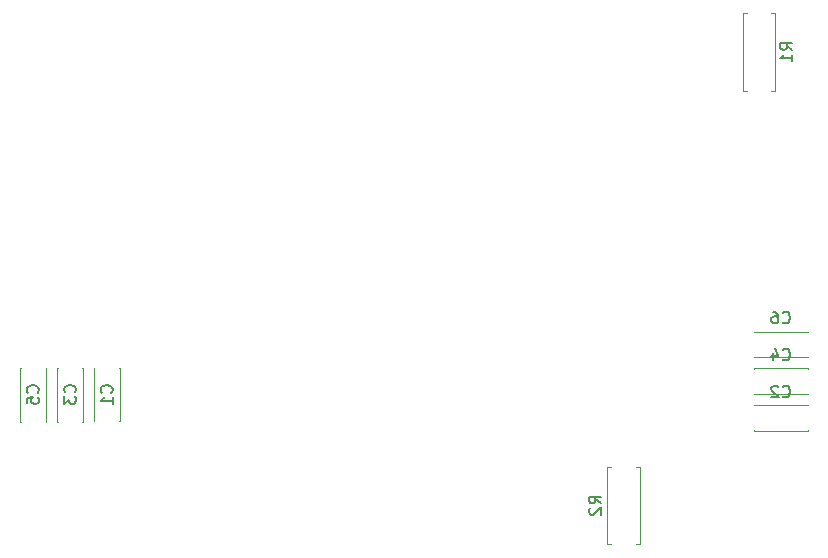
<source format=gbr>
%TF.GenerationSoftware,KiCad,Pcbnew,(6.0.4-0)*%
%TF.CreationDate,2023-02-13T16:26:13-08:00*%
%TF.ProjectId,v2a-power-board-4,7632612d-706f-4776-9572-2d626f617264,rev?*%
%TF.SameCoordinates,Original*%
%TF.FileFunction,Legend,Bot*%
%TF.FilePolarity,Positive*%
%FSLAX46Y46*%
G04 Gerber Fmt 4.6, Leading zero omitted, Abs format (unit mm)*
G04 Created by KiCad (PCBNEW (6.0.4-0)) date 2023-02-13 16:26:13*
%MOMM*%
%LPD*%
G01*
G04 APERTURE LIST*
%ADD10C,0.150000*%
%ADD11C,0.120000*%
G04 APERTURE END LIST*
D10*
%TO.C,C1*%
X86057142Y-116033333D02*
X86104761Y-115985714D01*
X86152380Y-115842857D01*
X86152380Y-115747619D01*
X86104761Y-115604761D01*
X86009523Y-115509523D01*
X85914285Y-115461904D01*
X85723809Y-115414285D01*
X85580952Y-115414285D01*
X85390476Y-115461904D01*
X85295238Y-115509523D01*
X85200000Y-115604761D01*
X85152380Y-115747619D01*
X85152380Y-115842857D01*
X85200000Y-115985714D01*
X85247619Y-116033333D01*
X86152380Y-116985714D02*
X86152380Y-116414285D01*
X86152380Y-116700000D02*
X85152380Y-116700000D01*
X85295238Y-116604761D01*
X85390476Y-116509523D01*
X85438095Y-116414285D01*
%TO.C,R2*%
X127507380Y-125408333D02*
X127031190Y-125075000D01*
X127507380Y-124836904D02*
X126507380Y-124836904D01*
X126507380Y-125217857D01*
X126555000Y-125313095D01*
X126602619Y-125360714D01*
X126697857Y-125408333D01*
X126840714Y-125408333D01*
X126935952Y-125360714D01*
X126983571Y-125313095D01*
X127031190Y-125217857D01*
X127031190Y-124836904D01*
X126602619Y-125789285D02*
X126555000Y-125836904D01*
X126507380Y-125932142D01*
X126507380Y-126170238D01*
X126555000Y-126265476D01*
X126602619Y-126313095D01*
X126697857Y-126360714D01*
X126793095Y-126360714D01*
X126935952Y-126313095D01*
X127507380Y-125741666D01*
X127507380Y-126360714D01*
%TO.C,C6*%
X142891666Y-110082142D02*
X142939285Y-110129761D01*
X143082142Y-110177380D01*
X143177380Y-110177380D01*
X143320238Y-110129761D01*
X143415476Y-110034523D01*
X143463095Y-109939285D01*
X143510714Y-109748809D01*
X143510714Y-109605952D01*
X143463095Y-109415476D01*
X143415476Y-109320238D01*
X143320238Y-109225000D01*
X143177380Y-109177380D01*
X143082142Y-109177380D01*
X142939285Y-109225000D01*
X142891666Y-109272619D01*
X142034523Y-109177380D02*
X142225000Y-109177380D01*
X142320238Y-109225000D01*
X142367857Y-109272619D01*
X142463095Y-109415476D01*
X142510714Y-109605952D01*
X142510714Y-109986904D01*
X142463095Y-110082142D01*
X142415476Y-110129761D01*
X142320238Y-110177380D01*
X142129761Y-110177380D01*
X142034523Y-110129761D01*
X141986904Y-110082142D01*
X141939285Y-109986904D01*
X141939285Y-109748809D01*
X141986904Y-109653571D01*
X142034523Y-109605952D01*
X142129761Y-109558333D01*
X142320238Y-109558333D01*
X142415476Y-109605952D01*
X142463095Y-109653571D01*
X142510714Y-109748809D01*
%TO.C,C2*%
X142891666Y-116332142D02*
X142939285Y-116379761D01*
X143082142Y-116427380D01*
X143177380Y-116427380D01*
X143320238Y-116379761D01*
X143415476Y-116284523D01*
X143463095Y-116189285D01*
X143510714Y-115998809D01*
X143510714Y-115855952D01*
X143463095Y-115665476D01*
X143415476Y-115570238D01*
X143320238Y-115475000D01*
X143177380Y-115427380D01*
X143082142Y-115427380D01*
X142939285Y-115475000D01*
X142891666Y-115522619D01*
X142510714Y-115522619D02*
X142463095Y-115475000D01*
X142367857Y-115427380D01*
X142129761Y-115427380D01*
X142034523Y-115475000D01*
X141986904Y-115522619D01*
X141939285Y-115617857D01*
X141939285Y-115713095D01*
X141986904Y-115855952D01*
X142558333Y-116427380D01*
X141939285Y-116427380D01*
%TO.C,R1*%
X143697380Y-87023333D02*
X143221190Y-86690000D01*
X143697380Y-86451904D02*
X142697380Y-86451904D01*
X142697380Y-86832857D01*
X142745000Y-86928095D01*
X142792619Y-86975714D01*
X142887857Y-87023333D01*
X143030714Y-87023333D01*
X143125952Y-86975714D01*
X143173571Y-86928095D01*
X143221190Y-86832857D01*
X143221190Y-86451904D01*
X143697380Y-87975714D02*
X143697380Y-87404285D01*
X143697380Y-87690000D02*
X142697380Y-87690000D01*
X142840238Y-87594761D01*
X142935476Y-87499523D01*
X142983095Y-87404285D01*
%TO.C,C4*%
X142891666Y-113207142D02*
X142939285Y-113254761D01*
X143082142Y-113302380D01*
X143177380Y-113302380D01*
X143320238Y-113254761D01*
X143415476Y-113159523D01*
X143463095Y-113064285D01*
X143510714Y-112873809D01*
X143510714Y-112730952D01*
X143463095Y-112540476D01*
X143415476Y-112445238D01*
X143320238Y-112350000D01*
X143177380Y-112302380D01*
X143082142Y-112302380D01*
X142939285Y-112350000D01*
X142891666Y-112397619D01*
X142034523Y-112635714D02*
X142034523Y-113302380D01*
X142272619Y-112254761D02*
X142510714Y-112969047D01*
X141891666Y-112969047D01*
%TO.C,C5*%
X79807142Y-116033333D02*
X79854761Y-115985714D01*
X79902380Y-115842857D01*
X79902380Y-115747619D01*
X79854761Y-115604761D01*
X79759523Y-115509523D01*
X79664285Y-115461904D01*
X79473809Y-115414285D01*
X79330952Y-115414285D01*
X79140476Y-115461904D01*
X79045238Y-115509523D01*
X78950000Y-115604761D01*
X78902380Y-115747619D01*
X78902380Y-115842857D01*
X78950000Y-115985714D01*
X78997619Y-116033333D01*
X78902380Y-116938095D02*
X78902380Y-116461904D01*
X79378571Y-116414285D01*
X79330952Y-116461904D01*
X79283333Y-116557142D01*
X79283333Y-116795238D01*
X79330952Y-116890476D01*
X79378571Y-116938095D01*
X79473809Y-116985714D01*
X79711904Y-116985714D01*
X79807142Y-116938095D01*
X79854761Y-116890476D01*
X79902380Y-116795238D01*
X79902380Y-116557142D01*
X79854761Y-116461904D01*
X79807142Y-116414285D01*
%TO.C,C3*%
X82957142Y-116008333D02*
X83004761Y-115960714D01*
X83052380Y-115817857D01*
X83052380Y-115722619D01*
X83004761Y-115579761D01*
X82909523Y-115484523D01*
X82814285Y-115436904D01*
X82623809Y-115389285D01*
X82480952Y-115389285D01*
X82290476Y-115436904D01*
X82195238Y-115484523D01*
X82100000Y-115579761D01*
X82052380Y-115722619D01*
X82052380Y-115817857D01*
X82100000Y-115960714D01*
X82147619Y-116008333D01*
X82052380Y-116341666D02*
X82052380Y-116960714D01*
X82433333Y-116627380D01*
X82433333Y-116770238D01*
X82480952Y-116865476D01*
X82528571Y-116913095D01*
X82623809Y-116960714D01*
X82861904Y-116960714D01*
X82957142Y-116913095D01*
X83004761Y-116865476D01*
X83052380Y-116770238D01*
X83052380Y-116484523D01*
X83004761Y-116389285D01*
X82957142Y-116341666D01*
D11*
%TO.C,C1*%
X86730000Y-113930000D02*
X86745000Y-113930000D01*
X86730000Y-118470000D02*
X86745000Y-118470000D01*
X86745000Y-113930000D02*
X86745000Y-118470000D01*
X84605000Y-113930000D02*
X84620000Y-113930000D01*
X84605000Y-113930000D02*
X84605000Y-118470000D01*
X84605000Y-118470000D02*
X84620000Y-118470000D01*
%TO.C,R2*%
X130465000Y-122305000D02*
X130795000Y-122305000D01*
X128385000Y-122305000D02*
X128055000Y-122305000D01*
X128055000Y-128845000D02*
X128385000Y-128845000D01*
X130795000Y-128845000D02*
X130465000Y-128845000D01*
X130795000Y-122305000D02*
X130795000Y-128845000D01*
X128055000Y-122305000D02*
X128055000Y-128845000D01*
%TO.C,C6*%
X140455000Y-110855000D02*
X140455000Y-110870000D01*
X144995000Y-112980000D02*
X144995000Y-112995000D01*
X144995000Y-110855000D02*
X140455000Y-110855000D01*
X140455000Y-112980000D02*
X140455000Y-112995000D01*
X144995000Y-112995000D02*
X140455000Y-112995000D01*
X144995000Y-110855000D02*
X144995000Y-110870000D01*
%TO.C,C2*%
X140455000Y-117105000D02*
X140455000Y-117120000D01*
X144995000Y-117105000D02*
X140455000Y-117105000D01*
X144995000Y-119245000D02*
X140455000Y-119245000D01*
X144995000Y-117105000D02*
X144995000Y-117120000D01*
X140455000Y-119230000D02*
X140455000Y-119245000D01*
X144995000Y-119230000D02*
X144995000Y-119245000D01*
%TO.C,R1*%
X139505000Y-83920000D02*
X139835000Y-83920000D01*
X139505000Y-90460000D02*
X139505000Y-83920000D01*
X141915000Y-90460000D02*
X142245000Y-90460000D01*
X142245000Y-90460000D02*
X142245000Y-83920000D01*
X142245000Y-83920000D02*
X141915000Y-83920000D01*
X139835000Y-90460000D02*
X139505000Y-90460000D01*
%TO.C,C4*%
X144995000Y-113980000D02*
X140455000Y-113980000D01*
X144995000Y-113980000D02*
X144995000Y-113995000D01*
X140455000Y-116105000D02*
X140455000Y-116120000D01*
X144995000Y-116120000D02*
X140455000Y-116120000D01*
X140455000Y-113980000D02*
X140455000Y-113995000D01*
X144995000Y-116105000D02*
X144995000Y-116120000D01*
%TO.C,C5*%
X80480000Y-113955000D02*
X80495000Y-113955000D01*
X80480000Y-118495000D02*
X80495000Y-118495000D01*
X78355000Y-113955000D02*
X78370000Y-113955000D01*
X78355000Y-118495000D02*
X78370000Y-118495000D01*
X78355000Y-113955000D02*
X78355000Y-118495000D01*
X80495000Y-113955000D02*
X80495000Y-118495000D01*
%TO.C,C3*%
X81480000Y-118495000D02*
X81495000Y-118495000D01*
X83605000Y-118495000D02*
X83620000Y-118495000D01*
X83605000Y-113955000D02*
X83620000Y-113955000D01*
X81480000Y-113955000D02*
X81480000Y-118495000D01*
X81480000Y-113955000D02*
X81495000Y-113955000D01*
X83620000Y-113955000D02*
X83620000Y-118495000D01*
%TD*%
M02*

</source>
